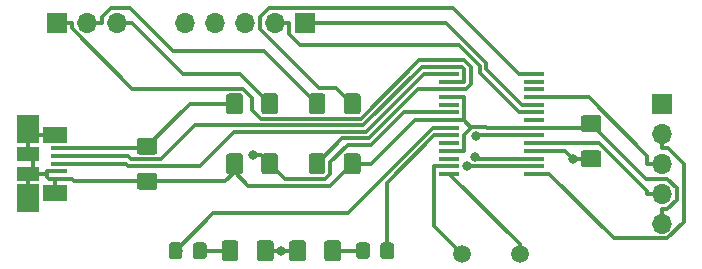
<source format=gbr>
%TF.GenerationSoftware,KiCad,Pcbnew,5.1.4-3.fc31*%
%TF.CreationDate,2019-11-03T17:38:08+01:00*%
%TF.ProjectId,ft232rl_converter_v2,66743233-3272-46c5-9f63-6f6e76657274,rev?*%
%TF.SameCoordinates,PX4d83c00PY525bfc0*%
%TF.FileFunction,Copper,L1,Top*%
%TF.FilePolarity,Positive*%
%FSLAX46Y46*%
G04 Gerber Fmt 4.6, Leading zero omitted, Abs format (unit mm)*
G04 Created by KiCad (PCBNEW 5.1.4-3.fc31) date 2019-11-03 17:38:08*
%MOMM*%
%LPD*%
G04 APERTURE LIST*
%TA.AperFunction,SMDPad,CuDef*%
%ADD10R,1.900000X1.175000*%
%TD*%
%TA.AperFunction,SMDPad,CuDef*%
%ADD11R,1.900000X2.375000*%
%TD*%
%TA.AperFunction,SMDPad,CuDef*%
%ADD12R,2.100000X1.475000*%
%TD*%
%TA.AperFunction,SMDPad,CuDef*%
%ADD13R,1.380000X0.450000*%
%TD*%
%TA.AperFunction,Conductor*%
%ADD14C,0.150000*%
%TD*%
%TA.AperFunction,SMDPad,CuDef*%
%ADD15C,1.425000*%
%TD*%
%TA.AperFunction,ComponentPad*%
%ADD16O,1.700000X1.700000*%
%TD*%
%TA.AperFunction,ComponentPad*%
%ADD17R,1.700000X1.700000*%
%TD*%
%TA.AperFunction,SMDPad,CuDef*%
%ADD18C,1.150000*%
%TD*%
%TA.AperFunction,SMDPad,CuDef*%
%ADD19R,1.750000X0.450000*%
%TD*%
%TA.AperFunction,ComponentPad*%
%ADD20C,1.500000*%
%TD*%
%TA.AperFunction,ViaPad*%
%ADD21C,0.800000*%
%TD*%
%TA.AperFunction,Conductor*%
%ADD22C,0.350000*%
%TD*%
G04 APERTURE END LIST*
D10*
%TO.P,J1,6*%
%TO.N,GND*%
X1340000Y11860000D03*
X1340000Y13540000D03*
D11*
X1340000Y9790000D03*
X1340000Y15610000D03*
D12*
X3640000Y10237500D03*
X3640000Y15162500D03*
D13*
%TO.P,J1,5*%
X4000000Y11400000D03*
%TO.P,J1,4*%
X4000000Y12050000D03*
%TO.P,J1,3*%
%TO.N,Net-(J1-Pad3)*%
X4000000Y12700000D03*
%TO.P,J1,2*%
%TO.N,Net-(J1-Pad2)*%
X4000000Y13350000D03*
%TO.P,J1,1*%
%TO.N,Net-(C2-Pad1)*%
X4000000Y14000000D03*
%TD*%
D14*
%TO.N,GND*%
%TO.C,C1*%
G36*
X19319504Y13573796D02*
G01*
X19343773Y13570196D01*
X19367571Y13564235D01*
X19390671Y13555970D01*
X19412849Y13545480D01*
X19433893Y13532867D01*
X19453598Y13518253D01*
X19471777Y13501777D01*
X19488253Y13483598D01*
X19502867Y13463893D01*
X19515480Y13442849D01*
X19525970Y13420671D01*
X19534235Y13397571D01*
X19540196Y13373773D01*
X19543796Y13349504D01*
X19545000Y13325000D01*
X19545000Y12075000D01*
X19543796Y12050496D01*
X19540196Y12026227D01*
X19534235Y12002429D01*
X19525970Y11979329D01*
X19515480Y11957151D01*
X19502867Y11936107D01*
X19488253Y11916402D01*
X19471777Y11898223D01*
X19453598Y11881747D01*
X19433893Y11867133D01*
X19412849Y11854520D01*
X19390671Y11844030D01*
X19367571Y11835765D01*
X19343773Y11829804D01*
X19319504Y11826204D01*
X19295000Y11825000D01*
X18370000Y11825000D01*
X18345496Y11826204D01*
X18321227Y11829804D01*
X18297429Y11835765D01*
X18274329Y11844030D01*
X18252151Y11854520D01*
X18231107Y11867133D01*
X18211402Y11881747D01*
X18193223Y11898223D01*
X18176747Y11916402D01*
X18162133Y11936107D01*
X18149520Y11957151D01*
X18139030Y11979329D01*
X18130765Y12002429D01*
X18124804Y12026227D01*
X18121204Y12050496D01*
X18120000Y12075000D01*
X18120000Y13325000D01*
X18121204Y13349504D01*
X18124804Y13373773D01*
X18130765Y13397571D01*
X18139030Y13420671D01*
X18149520Y13442849D01*
X18162133Y13463893D01*
X18176747Y13483598D01*
X18193223Y13501777D01*
X18211402Y13518253D01*
X18231107Y13532867D01*
X18252151Y13545480D01*
X18274329Y13555970D01*
X18297429Y13564235D01*
X18321227Y13570196D01*
X18345496Y13573796D01*
X18370000Y13575000D01*
X19295000Y13575000D01*
X19319504Y13573796D01*
X19319504Y13573796D01*
G37*
D15*
%TD*%
%TO.P,C1,2*%
%TO.N,GND*%
X18832500Y12700000D03*
D14*
%TO.N,VCC*%
%TO.C,C1*%
G36*
X22294504Y13573796D02*
G01*
X22318773Y13570196D01*
X22342571Y13564235D01*
X22365671Y13555970D01*
X22387849Y13545480D01*
X22408893Y13532867D01*
X22428598Y13518253D01*
X22446777Y13501777D01*
X22463253Y13483598D01*
X22477867Y13463893D01*
X22490480Y13442849D01*
X22500970Y13420671D01*
X22509235Y13397571D01*
X22515196Y13373773D01*
X22518796Y13349504D01*
X22520000Y13325000D01*
X22520000Y12075000D01*
X22518796Y12050496D01*
X22515196Y12026227D01*
X22509235Y12002429D01*
X22500970Y11979329D01*
X22490480Y11957151D01*
X22477867Y11936107D01*
X22463253Y11916402D01*
X22446777Y11898223D01*
X22428598Y11881747D01*
X22408893Y11867133D01*
X22387849Y11854520D01*
X22365671Y11844030D01*
X22342571Y11835765D01*
X22318773Y11829804D01*
X22294504Y11826204D01*
X22270000Y11825000D01*
X21345000Y11825000D01*
X21320496Y11826204D01*
X21296227Y11829804D01*
X21272429Y11835765D01*
X21249329Y11844030D01*
X21227151Y11854520D01*
X21206107Y11867133D01*
X21186402Y11881747D01*
X21168223Y11898223D01*
X21151747Y11916402D01*
X21137133Y11936107D01*
X21124520Y11957151D01*
X21114030Y11979329D01*
X21105765Y12002429D01*
X21099804Y12026227D01*
X21096204Y12050496D01*
X21095000Y12075000D01*
X21095000Y13325000D01*
X21096204Y13349504D01*
X21099804Y13373773D01*
X21105765Y13397571D01*
X21114030Y13420671D01*
X21124520Y13442849D01*
X21137133Y13463893D01*
X21151747Y13483598D01*
X21168223Y13501777D01*
X21186402Y13518253D01*
X21206107Y13532867D01*
X21227151Y13545480D01*
X21249329Y13555970D01*
X21272429Y13564235D01*
X21296227Y13570196D01*
X21320496Y13573796D01*
X21345000Y13575000D01*
X22270000Y13575000D01*
X22294504Y13573796D01*
X22294504Y13573796D01*
G37*
D15*
%TD*%
%TO.P,C1,1*%
%TO.N,VCC*%
X21807500Y12700000D03*
D14*
%TO.N,GND*%
%TO.C,C2*%
G36*
X12079504Y11923796D02*
G01*
X12103773Y11920196D01*
X12127571Y11914235D01*
X12150671Y11905970D01*
X12172849Y11895480D01*
X12193893Y11882867D01*
X12213598Y11868253D01*
X12231777Y11851777D01*
X12248253Y11833598D01*
X12262867Y11813893D01*
X12275480Y11792849D01*
X12285970Y11770671D01*
X12294235Y11747571D01*
X12300196Y11723773D01*
X12303796Y11699504D01*
X12305000Y11675000D01*
X12305000Y10750000D01*
X12303796Y10725496D01*
X12300196Y10701227D01*
X12294235Y10677429D01*
X12285970Y10654329D01*
X12275480Y10632151D01*
X12262867Y10611107D01*
X12248253Y10591402D01*
X12231777Y10573223D01*
X12213598Y10556747D01*
X12193893Y10542133D01*
X12172849Y10529520D01*
X12150671Y10519030D01*
X12127571Y10510765D01*
X12103773Y10504804D01*
X12079504Y10501204D01*
X12055000Y10500000D01*
X10805000Y10500000D01*
X10780496Y10501204D01*
X10756227Y10504804D01*
X10732429Y10510765D01*
X10709329Y10519030D01*
X10687151Y10529520D01*
X10666107Y10542133D01*
X10646402Y10556747D01*
X10628223Y10573223D01*
X10611747Y10591402D01*
X10597133Y10611107D01*
X10584520Y10632151D01*
X10574030Y10654329D01*
X10565765Y10677429D01*
X10559804Y10701227D01*
X10556204Y10725496D01*
X10555000Y10750000D01*
X10555000Y11675000D01*
X10556204Y11699504D01*
X10559804Y11723773D01*
X10565765Y11747571D01*
X10574030Y11770671D01*
X10584520Y11792849D01*
X10597133Y11813893D01*
X10611747Y11833598D01*
X10628223Y11851777D01*
X10646402Y11868253D01*
X10666107Y11882867D01*
X10687151Y11895480D01*
X10709329Y11905970D01*
X10732429Y11914235D01*
X10756227Y11920196D01*
X10780496Y11923796D01*
X10805000Y11925000D01*
X12055000Y11925000D01*
X12079504Y11923796D01*
X12079504Y11923796D01*
G37*
D15*
%TD*%
%TO.P,C2,2*%
%TO.N,GND*%
X11430000Y11212500D03*
D14*
%TO.N,Net-(C2-Pad1)*%
%TO.C,C2*%
G36*
X12079504Y14898796D02*
G01*
X12103773Y14895196D01*
X12127571Y14889235D01*
X12150671Y14880970D01*
X12172849Y14870480D01*
X12193893Y14857867D01*
X12213598Y14843253D01*
X12231777Y14826777D01*
X12248253Y14808598D01*
X12262867Y14788893D01*
X12275480Y14767849D01*
X12285970Y14745671D01*
X12294235Y14722571D01*
X12300196Y14698773D01*
X12303796Y14674504D01*
X12305000Y14650000D01*
X12305000Y13725000D01*
X12303796Y13700496D01*
X12300196Y13676227D01*
X12294235Y13652429D01*
X12285970Y13629329D01*
X12275480Y13607151D01*
X12262867Y13586107D01*
X12248253Y13566402D01*
X12231777Y13548223D01*
X12213598Y13531747D01*
X12193893Y13517133D01*
X12172849Y13504520D01*
X12150671Y13494030D01*
X12127571Y13485765D01*
X12103773Y13479804D01*
X12079504Y13476204D01*
X12055000Y13475000D01*
X10805000Y13475000D01*
X10780496Y13476204D01*
X10756227Y13479804D01*
X10732429Y13485765D01*
X10709329Y13494030D01*
X10687151Y13504520D01*
X10666107Y13517133D01*
X10646402Y13531747D01*
X10628223Y13548223D01*
X10611747Y13566402D01*
X10597133Y13586107D01*
X10584520Y13607151D01*
X10574030Y13629329D01*
X10565765Y13652429D01*
X10559804Y13676227D01*
X10556204Y13700496D01*
X10555000Y13725000D01*
X10555000Y14650000D01*
X10556204Y14674504D01*
X10559804Y14698773D01*
X10565765Y14722571D01*
X10574030Y14745671D01*
X10584520Y14767849D01*
X10597133Y14788893D01*
X10611747Y14808598D01*
X10628223Y14826777D01*
X10646402Y14843253D01*
X10666107Y14857867D01*
X10687151Y14870480D01*
X10709329Y14880970D01*
X10732429Y14889235D01*
X10756227Y14895196D01*
X10780496Y14898796D01*
X10805000Y14900000D01*
X12055000Y14900000D01*
X12079504Y14898796D01*
X12079504Y14898796D01*
G37*
D15*
%TD*%
%TO.P,C2,1*%
%TO.N,Net-(C2-Pad1)*%
X11430000Y14187500D03*
D14*
%TO.N,GND*%
%TO.C,C3*%
G36*
X29279504Y13573796D02*
G01*
X29303773Y13570196D01*
X29327571Y13564235D01*
X29350671Y13555970D01*
X29372849Y13545480D01*
X29393893Y13532867D01*
X29413598Y13518253D01*
X29431777Y13501777D01*
X29448253Y13483598D01*
X29462867Y13463893D01*
X29475480Y13442849D01*
X29485970Y13420671D01*
X29494235Y13397571D01*
X29500196Y13373773D01*
X29503796Y13349504D01*
X29505000Y13325000D01*
X29505000Y12075000D01*
X29503796Y12050496D01*
X29500196Y12026227D01*
X29494235Y12002429D01*
X29485970Y11979329D01*
X29475480Y11957151D01*
X29462867Y11936107D01*
X29448253Y11916402D01*
X29431777Y11898223D01*
X29413598Y11881747D01*
X29393893Y11867133D01*
X29372849Y11854520D01*
X29350671Y11844030D01*
X29327571Y11835765D01*
X29303773Y11829804D01*
X29279504Y11826204D01*
X29255000Y11825000D01*
X28330000Y11825000D01*
X28305496Y11826204D01*
X28281227Y11829804D01*
X28257429Y11835765D01*
X28234329Y11844030D01*
X28212151Y11854520D01*
X28191107Y11867133D01*
X28171402Y11881747D01*
X28153223Y11898223D01*
X28136747Y11916402D01*
X28122133Y11936107D01*
X28109520Y11957151D01*
X28099030Y11979329D01*
X28090765Y12002429D01*
X28084804Y12026227D01*
X28081204Y12050496D01*
X28080000Y12075000D01*
X28080000Y13325000D01*
X28081204Y13349504D01*
X28084804Y13373773D01*
X28090765Y13397571D01*
X28099030Y13420671D01*
X28109520Y13442849D01*
X28122133Y13463893D01*
X28136747Y13483598D01*
X28153223Y13501777D01*
X28171402Y13518253D01*
X28191107Y13532867D01*
X28212151Y13545480D01*
X28234329Y13555970D01*
X28257429Y13564235D01*
X28281227Y13570196D01*
X28305496Y13573796D01*
X28330000Y13575000D01*
X29255000Y13575000D01*
X29279504Y13573796D01*
X29279504Y13573796D01*
G37*
D15*
%TD*%
%TO.P,C3,2*%
%TO.N,GND*%
X28792500Y12700000D03*
D14*
%TO.N,Net-(C3-Pad1)*%
%TO.C,C3*%
G36*
X26304504Y13573796D02*
G01*
X26328773Y13570196D01*
X26352571Y13564235D01*
X26375671Y13555970D01*
X26397849Y13545480D01*
X26418893Y13532867D01*
X26438598Y13518253D01*
X26456777Y13501777D01*
X26473253Y13483598D01*
X26487867Y13463893D01*
X26500480Y13442849D01*
X26510970Y13420671D01*
X26519235Y13397571D01*
X26525196Y13373773D01*
X26528796Y13349504D01*
X26530000Y13325000D01*
X26530000Y12075000D01*
X26528796Y12050496D01*
X26525196Y12026227D01*
X26519235Y12002429D01*
X26510970Y11979329D01*
X26500480Y11957151D01*
X26487867Y11936107D01*
X26473253Y11916402D01*
X26456777Y11898223D01*
X26438598Y11881747D01*
X26418893Y11867133D01*
X26397849Y11854520D01*
X26375671Y11844030D01*
X26352571Y11835765D01*
X26328773Y11829804D01*
X26304504Y11826204D01*
X26280000Y11825000D01*
X25355000Y11825000D01*
X25330496Y11826204D01*
X25306227Y11829804D01*
X25282429Y11835765D01*
X25259329Y11844030D01*
X25237151Y11854520D01*
X25216107Y11867133D01*
X25196402Y11881747D01*
X25178223Y11898223D01*
X25161747Y11916402D01*
X25147133Y11936107D01*
X25134520Y11957151D01*
X25124030Y11979329D01*
X25115765Y12002429D01*
X25109804Y12026227D01*
X25106204Y12050496D01*
X25105000Y12075000D01*
X25105000Y13325000D01*
X25106204Y13349504D01*
X25109804Y13373773D01*
X25115765Y13397571D01*
X25124030Y13420671D01*
X25134520Y13442849D01*
X25147133Y13463893D01*
X25161747Y13483598D01*
X25178223Y13501777D01*
X25196402Y13518253D01*
X25216107Y13532867D01*
X25237151Y13545480D01*
X25259329Y13555970D01*
X25282429Y13564235D01*
X25306227Y13570196D01*
X25330496Y13573796D01*
X25355000Y13575000D01*
X26280000Y13575000D01*
X26304504Y13573796D01*
X26304504Y13573796D01*
G37*
D15*
%TD*%
%TO.P,C3,1*%
%TO.N,Net-(C3-Pad1)*%
X25817500Y12700000D03*
D14*
%TO.N,GND*%
%TO.C,C4*%
G36*
X49671504Y16803796D02*
G01*
X49695773Y16800196D01*
X49719571Y16794235D01*
X49742671Y16785970D01*
X49764849Y16775480D01*
X49785893Y16762867D01*
X49805598Y16748253D01*
X49823777Y16731777D01*
X49840253Y16713598D01*
X49854867Y16693893D01*
X49867480Y16672849D01*
X49877970Y16650671D01*
X49886235Y16627571D01*
X49892196Y16603773D01*
X49895796Y16579504D01*
X49897000Y16555000D01*
X49897000Y15630000D01*
X49895796Y15605496D01*
X49892196Y15581227D01*
X49886235Y15557429D01*
X49877970Y15534329D01*
X49867480Y15512151D01*
X49854867Y15491107D01*
X49840253Y15471402D01*
X49823777Y15453223D01*
X49805598Y15436747D01*
X49785893Y15422133D01*
X49764849Y15409520D01*
X49742671Y15399030D01*
X49719571Y15390765D01*
X49695773Y15384804D01*
X49671504Y15381204D01*
X49647000Y15380000D01*
X48397000Y15380000D01*
X48372496Y15381204D01*
X48348227Y15384804D01*
X48324429Y15390765D01*
X48301329Y15399030D01*
X48279151Y15409520D01*
X48258107Y15422133D01*
X48238402Y15436747D01*
X48220223Y15453223D01*
X48203747Y15471402D01*
X48189133Y15491107D01*
X48176520Y15512151D01*
X48166030Y15534329D01*
X48157765Y15557429D01*
X48151804Y15581227D01*
X48148204Y15605496D01*
X48147000Y15630000D01*
X48147000Y16555000D01*
X48148204Y16579504D01*
X48151804Y16603773D01*
X48157765Y16627571D01*
X48166030Y16650671D01*
X48176520Y16672849D01*
X48189133Y16693893D01*
X48203747Y16713598D01*
X48220223Y16731777D01*
X48238402Y16748253D01*
X48258107Y16762867D01*
X48279151Y16775480D01*
X48301329Y16785970D01*
X48324429Y16794235D01*
X48348227Y16800196D01*
X48372496Y16803796D01*
X48397000Y16805000D01*
X49647000Y16805000D01*
X49671504Y16803796D01*
X49671504Y16803796D01*
G37*
D15*
%TD*%
%TO.P,C4,2*%
%TO.N,GND*%
X49022000Y16092500D03*
D14*
%TO.N,/VCCIO*%
%TO.C,C4*%
G36*
X49671504Y13828796D02*
G01*
X49695773Y13825196D01*
X49719571Y13819235D01*
X49742671Y13810970D01*
X49764849Y13800480D01*
X49785893Y13787867D01*
X49805598Y13773253D01*
X49823777Y13756777D01*
X49840253Y13738598D01*
X49854867Y13718893D01*
X49867480Y13697849D01*
X49877970Y13675671D01*
X49886235Y13652571D01*
X49892196Y13628773D01*
X49895796Y13604504D01*
X49897000Y13580000D01*
X49897000Y12655000D01*
X49895796Y12630496D01*
X49892196Y12606227D01*
X49886235Y12582429D01*
X49877970Y12559329D01*
X49867480Y12537151D01*
X49854867Y12516107D01*
X49840253Y12496402D01*
X49823777Y12478223D01*
X49805598Y12461747D01*
X49785893Y12447133D01*
X49764849Y12434520D01*
X49742671Y12424030D01*
X49719571Y12415765D01*
X49695773Y12409804D01*
X49671504Y12406204D01*
X49647000Y12405000D01*
X48397000Y12405000D01*
X48372496Y12406204D01*
X48348227Y12409804D01*
X48324429Y12415765D01*
X48301329Y12424030D01*
X48279151Y12434520D01*
X48258107Y12447133D01*
X48238402Y12461747D01*
X48220223Y12478223D01*
X48203747Y12496402D01*
X48189133Y12516107D01*
X48176520Y12537151D01*
X48166030Y12559329D01*
X48157765Y12582429D01*
X48151804Y12606227D01*
X48148204Y12630496D01*
X48147000Y12655000D01*
X48147000Y13580000D01*
X48148204Y13604504D01*
X48151804Y13628773D01*
X48157765Y13652571D01*
X48166030Y13675671D01*
X48176520Y13697849D01*
X48189133Y13718893D01*
X48203747Y13738598D01*
X48220223Y13756777D01*
X48238402Y13773253D01*
X48258107Y13787867D01*
X48279151Y13800480D01*
X48301329Y13810970D01*
X48324429Y13819235D01*
X48348227Y13825196D01*
X48372496Y13828796D01*
X48397000Y13830000D01*
X49647000Y13830000D01*
X49671504Y13828796D01*
X49671504Y13828796D01*
G37*
D15*
%TD*%
%TO.P,C4,1*%
%TO.N,/VCCIO*%
X49022000Y13117500D03*
D14*
%TO.N,/VCCIO*%
%TO.C,D1*%
G36*
X21913504Y6207796D02*
G01*
X21937773Y6204196D01*
X21961571Y6198235D01*
X21984671Y6189970D01*
X22006849Y6179480D01*
X22027893Y6166867D01*
X22047598Y6152253D01*
X22065777Y6135777D01*
X22082253Y6117598D01*
X22096867Y6097893D01*
X22109480Y6076849D01*
X22119970Y6054671D01*
X22128235Y6031571D01*
X22134196Y6007773D01*
X22137796Y5983504D01*
X22139000Y5959000D01*
X22139000Y4709000D01*
X22137796Y4684496D01*
X22134196Y4660227D01*
X22128235Y4636429D01*
X22119970Y4613329D01*
X22109480Y4591151D01*
X22096867Y4570107D01*
X22082253Y4550402D01*
X22065777Y4532223D01*
X22047598Y4515747D01*
X22027893Y4501133D01*
X22006849Y4488520D01*
X21984671Y4478030D01*
X21961571Y4469765D01*
X21937773Y4463804D01*
X21913504Y4460204D01*
X21889000Y4459000D01*
X20964000Y4459000D01*
X20939496Y4460204D01*
X20915227Y4463804D01*
X20891429Y4469765D01*
X20868329Y4478030D01*
X20846151Y4488520D01*
X20825107Y4501133D01*
X20805402Y4515747D01*
X20787223Y4532223D01*
X20770747Y4550402D01*
X20756133Y4570107D01*
X20743520Y4591151D01*
X20733030Y4613329D01*
X20724765Y4636429D01*
X20718804Y4660227D01*
X20715204Y4684496D01*
X20714000Y4709000D01*
X20714000Y5959000D01*
X20715204Y5983504D01*
X20718804Y6007773D01*
X20724765Y6031571D01*
X20733030Y6054671D01*
X20743520Y6076849D01*
X20756133Y6097893D01*
X20770747Y6117598D01*
X20787223Y6135777D01*
X20805402Y6152253D01*
X20825107Y6166867D01*
X20846151Y6179480D01*
X20868329Y6189970D01*
X20891429Y6198235D01*
X20915227Y6204196D01*
X20939496Y6207796D01*
X20964000Y6209000D01*
X21889000Y6209000D01*
X21913504Y6207796D01*
X21913504Y6207796D01*
G37*
D15*
%TD*%
%TO.P,D1,2*%
%TO.N,/VCCIO*%
X21426500Y5334000D03*
D14*
%TO.N,Net-(D1-Pad1)*%
%TO.C,D1*%
G36*
X18938504Y6207796D02*
G01*
X18962773Y6204196D01*
X18986571Y6198235D01*
X19009671Y6189970D01*
X19031849Y6179480D01*
X19052893Y6166867D01*
X19072598Y6152253D01*
X19090777Y6135777D01*
X19107253Y6117598D01*
X19121867Y6097893D01*
X19134480Y6076849D01*
X19144970Y6054671D01*
X19153235Y6031571D01*
X19159196Y6007773D01*
X19162796Y5983504D01*
X19164000Y5959000D01*
X19164000Y4709000D01*
X19162796Y4684496D01*
X19159196Y4660227D01*
X19153235Y4636429D01*
X19144970Y4613329D01*
X19134480Y4591151D01*
X19121867Y4570107D01*
X19107253Y4550402D01*
X19090777Y4532223D01*
X19072598Y4515747D01*
X19052893Y4501133D01*
X19031849Y4488520D01*
X19009671Y4478030D01*
X18986571Y4469765D01*
X18962773Y4463804D01*
X18938504Y4460204D01*
X18914000Y4459000D01*
X17989000Y4459000D01*
X17964496Y4460204D01*
X17940227Y4463804D01*
X17916429Y4469765D01*
X17893329Y4478030D01*
X17871151Y4488520D01*
X17850107Y4501133D01*
X17830402Y4515747D01*
X17812223Y4532223D01*
X17795747Y4550402D01*
X17781133Y4570107D01*
X17768520Y4591151D01*
X17758030Y4613329D01*
X17749765Y4636429D01*
X17743804Y4660227D01*
X17740204Y4684496D01*
X17739000Y4709000D01*
X17739000Y5959000D01*
X17740204Y5983504D01*
X17743804Y6007773D01*
X17749765Y6031571D01*
X17758030Y6054671D01*
X17768520Y6076849D01*
X17781133Y6097893D01*
X17795747Y6117598D01*
X17812223Y6135777D01*
X17830402Y6152253D01*
X17850107Y6166867D01*
X17871151Y6179480D01*
X17893329Y6189970D01*
X17916429Y6198235D01*
X17940227Y6204196D01*
X17964496Y6207796D01*
X17989000Y6209000D01*
X18914000Y6209000D01*
X18938504Y6207796D01*
X18938504Y6207796D01*
G37*
D15*
%TD*%
%TO.P,D1,1*%
%TO.N,Net-(D1-Pad1)*%
X18451500Y5334000D03*
D14*
%TO.N,/VCCIO*%
%TO.C,D2*%
G36*
X24653504Y6207796D02*
G01*
X24677773Y6204196D01*
X24701571Y6198235D01*
X24724671Y6189970D01*
X24746849Y6179480D01*
X24767893Y6166867D01*
X24787598Y6152253D01*
X24805777Y6135777D01*
X24822253Y6117598D01*
X24836867Y6097893D01*
X24849480Y6076849D01*
X24859970Y6054671D01*
X24868235Y6031571D01*
X24874196Y6007773D01*
X24877796Y5983504D01*
X24879000Y5959000D01*
X24879000Y4709000D01*
X24877796Y4684496D01*
X24874196Y4660227D01*
X24868235Y4636429D01*
X24859970Y4613329D01*
X24849480Y4591151D01*
X24836867Y4570107D01*
X24822253Y4550402D01*
X24805777Y4532223D01*
X24787598Y4515747D01*
X24767893Y4501133D01*
X24746849Y4488520D01*
X24724671Y4478030D01*
X24701571Y4469765D01*
X24677773Y4463804D01*
X24653504Y4460204D01*
X24629000Y4459000D01*
X23704000Y4459000D01*
X23679496Y4460204D01*
X23655227Y4463804D01*
X23631429Y4469765D01*
X23608329Y4478030D01*
X23586151Y4488520D01*
X23565107Y4501133D01*
X23545402Y4515747D01*
X23527223Y4532223D01*
X23510747Y4550402D01*
X23496133Y4570107D01*
X23483520Y4591151D01*
X23473030Y4613329D01*
X23464765Y4636429D01*
X23458804Y4660227D01*
X23455204Y4684496D01*
X23454000Y4709000D01*
X23454000Y5959000D01*
X23455204Y5983504D01*
X23458804Y6007773D01*
X23464765Y6031571D01*
X23473030Y6054671D01*
X23483520Y6076849D01*
X23496133Y6097893D01*
X23510747Y6117598D01*
X23527223Y6135777D01*
X23545402Y6152253D01*
X23565107Y6166867D01*
X23586151Y6179480D01*
X23608329Y6189970D01*
X23631429Y6198235D01*
X23655227Y6204196D01*
X23679496Y6207796D01*
X23704000Y6209000D01*
X24629000Y6209000D01*
X24653504Y6207796D01*
X24653504Y6207796D01*
G37*
D15*
%TD*%
%TO.P,D2,2*%
%TO.N,/VCCIO*%
X24166500Y5334000D03*
D14*
%TO.N,Net-(D2-Pad1)*%
%TO.C,D2*%
G36*
X27628504Y6207796D02*
G01*
X27652773Y6204196D01*
X27676571Y6198235D01*
X27699671Y6189970D01*
X27721849Y6179480D01*
X27742893Y6166867D01*
X27762598Y6152253D01*
X27780777Y6135777D01*
X27797253Y6117598D01*
X27811867Y6097893D01*
X27824480Y6076849D01*
X27834970Y6054671D01*
X27843235Y6031571D01*
X27849196Y6007773D01*
X27852796Y5983504D01*
X27854000Y5959000D01*
X27854000Y4709000D01*
X27852796Y4684496D01*
X27849196Y4660227D01*
X27843235Y4636429D01*
X27834970Y4613329D01*
X27824480Y4591151D01*
X27811867Y4570107D01*
X27797253Y4550402D01*
X27780777Y4532223D01*
X27762598Y4515747D01*
X27742893Y4501133D01*
X27721849Y4488520D01*
X27699671Y4478030D01*
X27676571Y4469765D01*
X27652773Y4463804D01*
X27628504Y4460204D01*
X27604000Y4459000D01*
X26679000Y4459000D01*
X26654496Y4460204D01*
X26630227Y4463804D01*
X26606429Y4469765D01*
X26583329Y4478030D01*
X26561151Y4488520D01*
X26540107Y4501133D01*
X26520402Y4515747D01*
X26502223Y4532223D01*
X26485747Y4550402D01*
X26471133Y4570107D01*
X26458520Y4591151D01*
X26448030Y4613329D01*
X26439765Y4636429D01*
X26433804Y4660227D01*
X26430204Y4684496D01*
X26429000Y4709000D01*
X26429000Y5959000D01*
X26430204Y5983504D01*
X26433804Y6007773D01*
X26439765Y6031571D01*
X26448030Y6054671D01*
X26458520Y6076849D01*
X26471133Y6097893D01*
X26485747Y6117598D01*
X26502223Y6135777D01*
X26520402Y6152253D01*
X26540107Y6166867D01*
X26561151Y6179480D01*
X26583329Y6189970D01*
X26606429Y6198235D01*
X26630227Y6204196D01*
X26654496Y6207796D01*
X26679000Y6209000D01*
X27604000Y6209000D01*
X27628504Y6207796D01*
X27628504Y6207796D01*
G37*
D15*
%TD*%
%TO.P,D2,1*%
%TO.N,Net-(D2-Pad1)*%
X27141500Y5334000D03*
D14*
%TO.N,Net-(C2-Pad1)*%
%TO.C,FB1*%
G36*
X19319504Y18653796D02*
G01*
X19343773Y18650196D01*
X19367571Y18644235D01*
X19390671Y18635970D01*
X19412849Y18625480D01*
X19433893Y18612867D01*
X19453598Y18598253D01*
X19471777Y18581777D01*
X19488253Y18563598D01*
X19502867Y18543893D01*
X19515480Y18522849D01*
X19525970Y18500671D01*
X19534235Y18477571D01*
X19540196Y18453773D01*
X19543796Y18429504D01*
X19545000Y18405000D01*
X19545000Y17155000D01*
X19543796Y17130496D01*
X19540196Y17106227D01*
X19534235Y17082429D01*
X19525970Y17059329D01*
X19515480Y17037151D01*
X19502867Y17016107D01*
X19488253Y16996402D01*
X19471777Y16978223D01*
X19453598Y16961747D01*
X19433893Y16947133D01*
X19412849Y16934520D01*
X19390671Y16924030D01*
X19367571Y16915765D01*
X19343773Y16909804D01*
X19319504Y16906204D01*
X19295000Y16905000D01*
X18370000Y16905000D01*
X18345496Y16906204D01*
X18321227Y16909804D01*
X18297429Y16915765D01*
X18274329Y16924030D01*
X18252151Y16934520D01*
X18231107Y16947133D01*
X18211402Y16961747D01*
X18193223Y16978223D01*
X18176747Y16996402D01*
X18162133Y17016107D01*
X18149520Y17037151D01*
X18139030Y17059329D01*
X18130765Y17082429D01*
X18124804Y17106227D01*
X18121204Y17130496D01*
X18120000Y17155000D01*
X18120000Y18405000D01*
X18121204Y18429504D01*
X18124804Y18453773D01*
X18130765Y18477571D01*
X18139030Y18500671D01*
X18149520Y18522849D01*
X18162133Y18543893D01*
X18176747Y18563598D01*
X18193223Y18581777D01*
X18211402Y18598253D01*
X18231107Y18612867D01*
X18252151Y18625480D01*
X18274329Y18635970D01*
X18297429Y18644235D01*
X18321227Y18650196D01*
X18345496Y18653796D01*
X18370000Y18655000D01*
X19295000Y18655000D01*
X19319504Y18653796D01*
X19319504Y18653796D01*
G37*
D15*
%TD*%
%TO.P,FB1,2*%
%TO.N,Net-(C2-Pad1)*%
X18832500Y17780000D03*
D14*
%TO.N,VCC*%
%TO.C,FB1*%
G36*
X22294504Y18653796D02*
G01*
X22318773Y18650196D01*
X22342571Y18644235D01*
X22365671Y18635970D01*
X22387849Y18625480D01*
X22408893Y18612867D01*
X22428598Y18598253D01*
X22446777Y18581777D01*
X22463253Y18563598D01*
X22477867Y18543893D01*
X22490480Y18522849D01*
X22500970Y18500671D01*
X22509235Y18477571D01*
X22515196Y18453773D01*
X22518796Y18429504D01*
X22520000Y18405000D01*
X22520000Y17155000D01*
X22518796Y17130496D01*
X22515196Y17106227D01*
X22509235Y17082429D01*
X22500970Y17059329D01*
X22490480Y17037151D01*
X22477867Y17016107D01*
X22463253Y16996402D01*
X22446777Y16978223D01*
X22428598Y16961747D01*
X22408893Y16947133D01*
X22387849Y16934520D01*
X22365671Y16924030D01*
X22342571Y16915765D01*
X22318773Y16909804D01*
X22294504Y16906204D01*
X22270000Y16905000D01*
X21345000Y16905000D01*
X21320496Y16906204D01*
X21296227Y16909804D01*
X21272429Y16915765D01*
X21249329Y16924030D01*
X21227151Y16934520D01*
X21206107Y16947133D01*
X21186402Y16961747D01*
X21168223Y16978223D01*
X21151747Y16996402D01*
X21137133Y17016107D01*
X21124520Y17037151D01*
X21114030Y17059329D01*
X21105765Y17082429D01*
X21099804Y17106227D01*
X21096204Y17130496D01*
X21095000Y17155000D01*
X21095000Y18405000D01*
X21096204Y18429504D01*
X21099804Y18453773D01*
X21105765Y18477571D01*
X21114030Y18500671D01*
X21124520Y18522849D01*
X21137133Y18543893D01*
X21151747Y18563598D01*
X21168223Y18581777D01*
X21186402Y18598253D01*
X21206107Y18612867D01*
X21227151Y18625480D01*
X21249329Y18635970D01*
X21272429Y18644235D01*
X21296227Y18650196D01*
X21320496Y18653796D01*
X21345000Y18655000D01*
X22270000Y18655000D01*
X22294504Y18653796D01*
X22294504Y18653796D01*
G37*
D15*
%TD*%
%TO.P,FB1,1*%
%TO.N,VCC*%
X21807500Y17780000D03*
D16*
%TO.P,J2,5*%
%TO.N,GND*%
X54991000Y7620000D03*
%TO.P,J2,4*%
%TO.N,/RXD*%
X54991000Y10160000D03*
%TO.P,J2,3*%
%TO.N,/CTS#*%
X54991000Y12700000D03*
%TO.P,J2,2*%
%TO.N,/TXD*%
X54991000Y15240000D03*
D17*
%TO.P,J2,1*%
%TO.N,/VCCIO*%
X54991000Y17780000D03*
%TD*%
D16*
%TO.P,J3,5*%
%TO.N,/DTR#*%
X14605000Y24638000D03*
%TO.P,J3,4*%
%TO.N,/RTS#*%
X17145000Y24638000D03*
%TO.P,J3,3*%
%TO.N,/RI#*%
X19685000Y24638000D03*
%TO.P,J3,2*%
%TO.N,/DSR#*%
X22225000Y24638000D03*
D17*
%TO.P,J3,1*%
%TO.N,/DCD#*%
X24765000Y24638000D03*
%TD*%
D16*
%TO.P,JP1,3*%
%TO.N,VCC*%
X8890000Y24638000D03*
%TO.P,JP1,2*%
%TO.N,/VCCIO*%
X6350000Y24638000D03*
D17*
%TO.P,JP1,1*%
%TO.N,Net-(C3-Pad1)*%
X3810000Y24638000D03*
%TD*%
D14*
%TO.N,/RXLED#*%
%TO.C,R1*%
G36*
X14183505Y6032796D02*
G01*
X14207773Y6029196D01*
X14231572Y6023235D01*
X14254671Y6014970D01*
X14276850Y6004480D01*
X14297893Y5991868D01*
X14317599Y5977253D01*
X14335777Y5960777D01*
X14352253Y5942599D01*
X14366868Y5922893D01*
X14379480Y5901850D01*
X14389970Y5879671D01*
X14398235Y5856572D01*
X14404196Y5832773D01*
X14407796Y5808505D01*
X14409000Y5784001D01*
X14409000Y4883999D01*
X14407796Y4859495D01*
X14404196Y4835227D01*
X14398235Y4811428D01*
X14389970Y4788329D01*
X14379480Y4766150D01*
X14366868Y4745107D01*
X14352253Y4725401D01*
X14335777Y4707223D01*
X14317599Y4690747D01*
X14297893Y4676132D01*
X14276850Y4663520D01*
X14254671Y4653030D01*
X14231572Y4644765D01*
X14207773Y4638804D01*
X14183505Y4635204D01*
X14159001Y4634000D01*
X13508999Y4634000D01*
X13484495Y4635204D01*
X13460227Y4638804D01*
X13436428Y4644765D01*
X13413329Y4653030D01*
X13391150Y4663520D01*
X13370107Y4676132D01*
X13350401Y4690747D01*
X13332223Y4707223D01*
X13315747Y4725401D01*
X13301132Y4745107D01*
X13288520Y4766150D01*
X13278030Y4788329D01*
X13269765Y4811428D01*
X13263804Y4835227D01*
X13260204Y4859495D01*
X13259000Y4883999D01*
X13259000Y5784001D01*
X13260204Y5808505D01*
X13263804Y5832773D01*
X13269765Y5856572D01*
X13278030Y5879671D01*
X13288520Y5901850D01*
X13301132Y5922893D01*
X13315747Y5942599D01*
X13332223Y5960777D01*
X13350401Y5977253D01*
X13370107Y5991868D01*
X13391150Y6004480D01*
X13413329Y6014970D01*
X13436428Y6023235D01*
X13460227Y6029196D01*
X13484495Y6032796D01*
X13508999Y6034000D01*
X14159001Y6034000D01*
X14183505Y6032796D01*
X14183505Y6032796D01*
G37*
D18*
%TD*%
%TO.P,R1,2*%
%TO.N,/RXLED#*%
X13834000Y5334000D03*
D14*
%TO.N,Net-(D1-Pad1)*%
%TO.C,R1*%
G36*
X16233505Y6032796D02*
G01*
X16257773Y6029196D01*
X16281572Y6023235D01*
X16304671Y6014970D01*
X16326850Y6004480D01*
X16347893Y5991868D01*
X16367599Y5977253D01*
X16385777Y5960777D01*
X16402253Y5942599D01*
X16416868Y5922893D01*
X16429480Y5901850D01*
X16439970Y5879671D01*
X16448235Y5856572D01*
X16454196Y5832773D01*
X16457796Y5808505D01*
X16459000Y5784001D01*
X16459000Y4883999D01*
X16457796Y4859495D01*
X16454196Y4835227D01*
X16448235Y4811428D01*
X16439970Y4788329D01*
X16429480Y4766150D01*
X16416868Y4745107D01*
X16402253Y4725401D01*
X16385777Y4707223D01*
X16367599Y4690747D01*
X16347893Y4676132D01*
X16326850Y4663520D01*
X16304671Y4653030D01*
X16281572Y4644765D01*
X16257773Y4638804D01*
X16233505Y4635204D01*
X16209001Y4634000D01*
X15558999Y4634000D01*
X15534495Y4635204D01*
X15510227Y4638804D01*
X15486428Y4644765D01*
X15463329Y4653030D01*
X15441150Y4663520D01*
X15420107Y4676132D01*
X15400401Y4690747D01*
X15382223Y4707223D01*
X15365747Y4725401D01*
X15351132Y4745107D01*
X15338520Y4766150D01*
X15328030Y4788329D01*
X15319765Y4811428D01*
X15313804Y4835227D01*
X15310204Y4859495D01*
X15309000Y4883999D01*
X15309000Y5784001D01*
X15310204Y5808505D01*
X15313804Y5832773D01*
X15319765Y5856572D01*
X15328030Y5879671D01*
X15338520Y5901850D01*
X15351132Y5922893D01*
X15365747Y5942599D01*
X15382223Y5960777D01*
X15400401Y5977253D01*
X15420107Y5991868D01*
X15441150Y6004480D01*
X15463329Y6014970D01*
X15486428Y6023235D01*
X15510227Y6029196D01*
X15534495Y6032796D01*
X15558999Y6034000D01*
X16209001Y6034000D01*
X16233505Y6032796D01*
X16233505Y6032796D01*
G37*
D18*
%TD*%
%TO.P,R1,1*%
%TO.N,Net-(D1-Pad1)*%
X15884000Y5334000D03*
D14*
%TO.N,/TXLED#*%
%TO.C,R2*%
G36*
X32108505Y6032796D02*
G01*
X32132773Y6029196D01*
X32156572Y6023235D01*
X32179671Y6014970D01*
X32201850Y6004480D01*
X32222893Y5991868D01*
X32242599Y5977253D01*
X32260777Y5960777D01*
X32277253Y5942599D01*
X32291868Y5922893D01*
X32304480Y5901850D01*
X32314970Y5879671D01*
X32323235Y5856572D01*
X32329196Y5832773D01*
X32332796Y5808505D01*
X32334000Y5784001D01*
X32334000Y4883999D01*
X32332796Y4859495D01*
X32329196Y4835227D01*
X32323235Y4811428D01*
X32314970Y4788329D01*
X32304480Y4766150D01*
X32291868Y4745107D01*
X32277253Y4725401D01*
X32260777Y4707223D01*
X32242599Y4690747D01*
X32222893Y4676132D01*
X32201850Y4663520D01*
X32179671Y4653030D01*
X32156572Y4644765D01*
X32132773Y4638804D01*
X32108505Y4635204D01*
X32084001Y4634000D01*
X31433999Y4634000D01*
X31409495Y4635204D01*
X31385227Y4638804D01*
X31361428Y4644765D01*
X31338329Y4653030D01*
X31316150Y4663520D01*
X31295107Y4676132D01*
X31275401Y4690747D01*
X31257223Y4707223D01*
X31240747Y4725401D01*
X31226132Y4745107D01*
X31213520Y4766150D01*
X31203030Y4788329D01*
X31194765Y4811428D01*
X31188804Y4835227D01*
X31185204Y4859495D01*
X31184000Y4883999D01*
X31184000Y5784001D01*
X31185204Y5808505D01*
X31188804Y5832773D01*
X31194765Y5856572D01*
X31203030Y5879671D01*
X31213520Y5901850D01*
X31226132Y5922893D01*
X31240747Y5942599D01*
X31257223Y5960777D01*
X31275401Y5977253D01*
X31295107Y5991868D01*
X31316150Y6004480D01*
X31338329Y6014970D01*
X31361428Y6023235D01*
X31385227Y6029196D01*
X31409495Y6032796D01*
X31433999Y6034000D01*
X32084001Y6034000D01*
X32108505Y6032796D01*
X32108505Y6032796D01*
G37*
D18*
%TD*%
%TO.P,R2,2*%
%TO.N,/TXLED#*%
X31759000Y5334000D03*
D14*
%TO.N,Net-(D2-Pad1)*%
%TO.C,R2*%
G36*
X30058505Y6032796D02*
G01*
X30082773Y6029196D01*
X30106572Y6023235D01*
X30129671Y6014970D01*
X30151850Y6004480D01*
X30172893Y5991868D01*
X30192599Y5977253D01*
X30210777Y5960777D01*
X30227253Y5942599D01*
X30241868Y5922893D01*
X30254480Y5901850D01*
X30264970Y5879671D01*
X30273235Y5856572D01*
X30279196Y5832773D01*
X30282796Y5808505D01*
X30284000Y5784001D01*
X30284000Y4883999D01*
X30282796Y4859495D01*
X30279196Y4835227D01*
X30273235Y4811428D01*
X30264970Y4788329D01*
X30254480Y4766150D01*
X30241868Y4745107D01*
X30227253Y4725401D01*
X30210777Y4707223D01*
X30192599Y4690747D01*
X30172893Y4676132D01*
X30151850Y4663520D01*
X30129671Y4653030D01*
X30106572Y4644765D01*
X30082773Y4638804D01*
X30058505Y4635204D01*
X30034001Y4634000D01*
X29383999Y4634000D01*
X29359495Y4635204D01*
X29335227Y4638804D01*
X29311428Y4644765D01*
X29288329Y4653030D01*
X29266150Y4663520D01*
X29245107Y4676132D01*
X29225401Y4690747D01*
X29207223Y4707223D01*
X29190747Y4725401D01*
X29176132Y4745107D01*
X29163520Y4766150D01*
X29153030Y4788329D01*
X29144765Y4811428D01*
X29138804Y4835227D01*
X29135204Y4859495D01*
X29134000Y4883999D01*
X29134000Y5784001D01*
X29135204Y5808505D01*
X29138804Y5832773D01*
X29144765Y5856572D01*
X29153030Y5879671D01*
X29163520Y5901850D01*
X29176132Y5922893D01*
X29190747Y5942599D01*
X29207223Y5960777D01*
X29225401Y5977253D01*
X29245107Y5991868D01*
X29266150Y6004480D01*
X29288329Y6014970D01*
X29311428Y6023235D01*
X29335227Y6029196D01*
X29359495Y6032796D01*
X29383999Y6034000D01*
X30034001Y6034000D01*
X30058505Y6032796D01*
X30058505Y6032796D01*
G37*
D18*
%TD*%
%TO.P,R2,1*%
%TO.N,Net-(D2-Pad1)*%
X29709000Y5334000D03*
D14*
%TO.N,/PWREN#*%
%TO.C,R3*%
G36*
X29279504Y18653796D02*
G01*
X29303773Y18650196D01*
X29327571Y18644235D01*
X29350671Y18635970D01*
X29372849Y18625480D01*
X29393893Y18612867D01*
X29413598Y18598253D01*
X29431777Y18581777D01*
X29448253Y18563598D01*
X29462867Y18543893D01*
X29475480Y18522849D01*
X29485970Y18500671D01*
X29494235Y18477571D01*
X29500196Y18453773D01*
X29503796Y18429504D01*
X29505000Y18405000D01*
X29505000Y17155000D01*
X29503796Y17130496D01*
X29500196Y17106227D01*
X29494235Y17082429D01*
X29485970Y17059329D01*
X29475480Y17037151D01*
X29462867Y17016107D01*
X29448253Y16996402D01*
X29431777Y16978223D01*
X29413598Y16961747D01*
X29393893Y16947133D01*
X29372849Y16934520D01*
X29350671Y16924030D01*
X29327571Y16915765D01*
X29303773Y16909804D01*
X29279504Y16906204D01*
X29255000Y16905000D01*
X28330000Y16905000D01*
X28305496Y16906204D01*
X28281227Y16909804D01*
X28257429Y16915765D01*
X28234329Y16924030D01*
X28212151Y16934520D01*
X28191107Y16947133D01*
X28171402Y16961747D01*
X28153223Y16978223D01*
X28136747Y16996402D01*
X28122133Y17016107D01*
X28109520Y17037151D01*
X28099030Y17059329D01*
X28090765Y17082429D01*
X28084804Y17106227D01*
X28081204Y17130496D01*
X28080000Y17155000D01*
X28080000Y18405000D01*
X28081204Y18429504D01*
X28084804Y18453773D01*
X28090765Y18477571D01*
X28099030Y18500671D01*
X28109520Y18522849D01*
X28122133Y18543893D01*
X28136747Y18563598D01*
X28153223Y18581777D01*
X28171402Y18598253D01*
X28191107Y18612867D01*
X28212151Y18625480D01*
X28234329Y18635970D01*
X28257429Y18644235D01*
X28281227Y18650196D01*
X28305496Y18653796D01*
X28330000Y18655000D01*
X29255000Y18655000D01*
X29279504Y18653796D01*
X29279504Y18653796D01*
G37*
D15*
%TD*%
%TO.P,R3,2*%
%TO.N,/PWREN#*%
X28792500Y17780000D03*
D14*
%TO.N,/VCCIO*%
%TO.C,R3*%
G36*
X26304504Y18653796D02*
G01*
X26328773Y18650196D01*
X26352571Y18644235D01*
X26375671Y18635970D01*
X26397849Y18625480D01*
X26418893Y18612867D01*
X26438598Y18598253D01*
X26456777Y18581777D01*
X26473253Y18563598D01*
X26487867Y18543893D01*
X26500480Y18522849D01*
X26510970Y18500671D01*
X26519235Y18477571D01*
X26525196Y18453773D01*
X26528796Y18429504D01*
X26530000Y18405000D01*
X26530000Y17155000D01*
X26528796Y17130496D01*
X26525196Y17106227D01*
X26519235Y17082429D01*
X26510970Y17059329D01*
X26500480Y17037151D01*
X26487867Y17016107D01*
X26473253Y16996402D01*
X26456777Y16978223D01*
X26438598Y16961747D01*
X26418893Y16947133D01*
X26397849Y16934520D01*
X26375671Y16924030D01*
X26352571Y16915765D01*
X26328773Y16909804D01*
X26304504Y16906204D01*
X26280000Y16905000D01*
X25355000Y16905000D01*
X25330496Y16906204D01*
X25306227Y16909804D01*
X25282429Y16915765D01*
X25259329Y16924030D01*
X25237151Y16934520D01*
X25216107Y16947133D01*
X25196402Y16961747D01*
X25178223Y16978223D01*
X25161747Y16996402D01*
X25147133Y17016107D01*
X25134520Y17037151D01*
X25124030Y17059329D01*
X25115765Y17082429D01*
X25109804Y17106227D01*
X25106204Y17130496D01*
X25105000Y17155000D01*
X25105000Y18405000D01*
X25106204Y18429504D01*
X25109804Y18453773D01*
X25115765Y18477571D01*
X25124030Y18500671D01*
X25134520Y18522849D01*
X25147133Y18543893D01*
X25161747Y18563598D01*
X25178223Y18581777D01*
X25196402Y18598253D01*
X25216107Y18612867D01*
X25237151Y18625480D01*
X25259329Y18635970D01*
X25282429Y18644235D01*
X25306227Y18650196D01*
X25330496Y18653796D01*
X25355000Y18655000D01*
X26280000Y18655000D01*
X26304504Y18653796D01*
X26304504Y18653796D01*
G37*
D15*
%TD*%
%TO.P,R3,1*%
%TO.N,/VCCIO*%
X25817500Y17780000D03*
D19*
%TO.P,U1,28*%
%TO.N,Net-(U1-Pad28)*%
X37005000Y11840000D03*
%TO.P,U1,27*%
%TO.N,Net-(U1-Pad27)*%
X37005000Y12490000D03*
%TO.P,U1,26*%
%TO.N,Net-(U1-Pad26)*%
X37005000Y13140000D03*
%TO.P,U1,25*%
%TO.N,GND*%
X37005000Y13790000D03*
%TO.P,U1,24*%
%TO.N,N/C*%
X37005000Y14440000D03*
%TO.P,U1,23*%
%TO.N,/TXLED#*%
X37005000Y15090000D03*
%TO.P,U1,22*%
%TO.N,/RXLED#*%
X37005000Y15740000D03*
%TO.P,U1,21*%
%TO.N,GND*%
X37005000Y16390000D03*
%TO.P,U1,20*%
%TO.N,VCC*%
X37005000Y17040000D03*
%TO.P,U1,19*%
%TO.N,Net-(U1-Pad19)*%
X37005000Y17690000D03*
%TO.P,U1,18*%
%TO.N,GND*%
X37005000Y18340000D03*
%TO.P,U1,17*%
%TO.N,Net-(C3-Pad1)*%
X37005000Y18990000D03*
%TO.P,U1,16*%
%TO.N,Net-(J1-Pad2)*%
X37005000Y19640000D03*
%TO.P,U1,15*%
%TO.N,Net-(J1-Pad3)*%
X37005000Y20290000D03*
%TO.P,U1,14*%
%TO.N,/PWREN#*%
X44205000Y20290000D03*
%TO.P,U1,13*%
%TO.N,Net-(U1-Pad13)*%
X44205000Y19640000D03*
%TO.P,U1,12*%
%TO.N,Net-(U1-Pad12)*%
X44205000Y18990000D03*
%TO.P,U1,11*%
%TO.N,/CTS#*%
X44205000Y18340000D03*
%TO.P,U1,10*%
%TO.N,/DCD#*%
X44205000Y17690000D03*
%TO.P,U1,9*%
%TO.N,/DSR#*%
X44205000Y17040000D03*
%TO.P,U1,8*%
%TO.N,N/C*%
X44205000Y16390000D03*
%TO.P,U1,7*%
%TO.N,GND*%
X44205000Y15740000D03*
%TO.P,U1,6*%
%TO.N,/RI#*%
X44205000Y15090000D03*
%TO.P,U1,5*%
%TO.N,/RXD*%
X44205000Y14440000D03*
%TO.P,U1,4*%
%TO.N,/VCCIO*%
X44205000Y13790000D03*
%TO.P,U1,3*%
%TO.N,/RTS#*%
X44205000Y13140000D03*
%TO.P,U1,2*%
%TO.N,/DTR#*%
X44205000Y12490000D03*
%TO.P,U1,1*%
%TO.N,/TXD*%
X44205000Y11840000D03*
%TD*%
D20*
%TO.P,Y1,2*%
%TO.N,Net-(U1-Pad28)*%
X42980000Y5080000D03*
%TO.P,Y1,1*%
%TO.N,Net-(U1-Pad27)*%
X38100000Y5080000D03*
%TD*%
D21*
%TO.N,VCC*%
X20411700Y13435000D03*
%TO.N,/VCCIO*%
X22744000Y5334000D03*
X47471000Y13140000D03*
%TO.N,/RI#*%
X39280900Y15042700D03*
%TO.N,/RTS#*%
X39199200Y13268500D03*
%TO.N,/DTR#*%
X38516700Y12490000D03*
%TD*%
D22*
%TO.N,GND*%
X11430000Y11212500D02*
X5252800Y11212500D01*
X5252800Y11212500D02*
X5065300Y11400000D01*
X18832500Y11987800D02*
X18057200Y11212500D01*
X18057200Y11212500D02*
X11430000Y11212500D01*
X4000000Y11400000D02*
X5065300Y11400000D01*
X1340000Y9790000D02*
X1340000Y11860000D01*
X3640000Y10237500D02*
X3640000Y11350300D01*
X3802500Y11400000D02*
X3752800Y11350300D01*
X3752800Y11350300D02*
X3640000Y11350300D01*
X3802500Y11400000D02*
X3605000Y11400000D01*
X4000000Y11400000D02*
X3802500Y11400000D01*
X1340000Y13540000D02*
X1749100Y13540000D01*
X1749100Y13540000D02*
X1749100Y11860000D01*
X1340000Y14047200D02*
X1749100Y13638100D01*
X1749100Y13638100D02*
X1749100Y13540000D01*
X1749100Y11860000D02*
X2665300Y11860000D01*
X1340000Y11860000D02*
X1749100Y11860000D01*
X2934700Y11860000D02*
X2934700Y12050000D01*
X2665300Y11860000D02*
X2934700Y11860000D01*
X3605000Y11400000D02*
X3134400Y11400000D01*
X3134400Y11400000D02*
X2934700Y11599700D01*
X2934700Y11599700D02*
X2934700Y11860000D01*
X4000000Y12050000D02*
X2934700Y12050000D01*
X18832500Y11987800D02*
X19971200Y10849100D01*
X19971200Y10849100D02*
X26941600Y10849100D01*
X26941600Y10849100D02*
X28792500Y12700000D01*
X28792500Y12700000D02*
X30389900Y12700000D01*
X30389900Y12700000D02*
X34079900Y16390000D01*
X34079900Y16390000D02*
X37005000Y16390000D01*
X44205000Y15740000D02*
X48669500Y15740000D01*
X48669500Y15740000D02*
X49022000Y16092500D01*
X38893400Y15752000D02*
X38969200Y15827800D01*
X38969200Y15827800D02*
X40159200Y15827800D01*
X40159200Y15827800D02*
X40247000Y15740000D01*
X40247000Y15740000D02*
X44205000Y15740000D01*
X18832500Y11987800D02*
X18832500Y12700000D01*
X38255300Y13790000D02*
X38255300Y15113900D01*
X38255300Y15113900D02*
X38893400Y15752000D01*
X38255300Y16390000D02*
X38893400Y15752000D01*
X38255300Y18340000D02*
X38255300Y16390000D01*
X37005000Y16390000D02*
X38255300Y16390000D01*
X37005000Y18340000D02*
X38255300Y18340000D01*
X3640000Y15162500D02*
X2214700Y15162500D01*
X1340000Y14967600D02*
X2019800Y14967600D01*
X2019800Y14967600D02*
X2214700Y15162500D01*
X1340000Y14967600D02*
X1340000Y14047200D01*
X1340000Y15610000D02*
X1340000Y14967600D01*
X37005000Y13790000D02*
X38255300Y13790000D01*
X54991000Y8845300D02*
X55450500Y8845300D01*
X55450500Y8845300D02*
X56253100Y9647900D01*
X56253100Y9647900D02*
X56253100Y10631200D01*
X56253100Y10631200D02*
X55454300Y11430000D01*
X55454300Y11430000D02*
X53684500Y11430000D01*
X53684500Y11430000D02*
X49022000Y16092500D01*
X54991000Y7620000D02*
X54991000Y8845300D01*
%TO.N,VCC*%
X37005000Y17040000D02*
X33173400Y17040000D01*
X33173400Y17040000D02*
X30422300Y14288900D01*
X30422300Y14288900D02*
X28409500Y14288900D01*
X28409500Y14288900D02*
X26925700Y12805100D01*
X26925700Y12805100D02*
X26925700Y11835100D01*
X26925700Y11835100D02*
X26522800Y11432200D01*
X26522800Y11432200D02*
X23075300Y11432200D01*
X23075300Y11432200D02*
X21807500Y12700000D01*
X20411700Y13435000D02*
X21072500Y13435000D01*
X21072500Y13435000D02*
X21807500Y12700000D01*
X21807500Y17780000D02*
X19282800Y20304700D01*
X19282800Y20304700D02*
X14448600Y20304700D01*
X14448600Y20304700D02*
X10115300Y24638000D01*
X8890000Y24638000D02*
X10115300Y24638000D01*
%TO.N,Net-(C2-Pad1)*%
X11430000Y14187500D02*
X15022500Y17780000D01*
X15022500Y17780000D02*
X18832500Y17780000D01*
X4000000Y14000000D02*
X11242500Y14000000D01*
X11242500Y14000000D02*
X11430000Y14187500D01*
%TO.N,Net-(C3-Pad1)*%
X3810000Y24638000D02*
X5035300Y24638000D01*
X5035300Y24638000D02*
X5035300Y24178500D01*
X5035300Y24178500D02*
X10163100Y19050700D01*
X10163100Y19050700D02*
X19534600Y19050700D01*
X19534600Y19050700D02*
X20320000Y18265300D01*
X20320000Y18265300D02*
X20320000Y17266700D01*
X20320000Y17266700D02*
X21096500Y16490200D01*
X21096500Y16490200D02*
X29510300Y16490200D01*
X29510300Y16490200D02*
X34481500Y21461400D01*
X34481500Y21461400D02*
X38265800Y21461400D01*
X38265800Y21461400D02*
X38820900Y20906300D01*
X38820900Y20906300D02*
X38820900Y19422100D01*
X38820900Y19422100D02*
X38388800Y18990000D01*
X38388800Y18990000D02*
X37005000Y18990000D01*
X25817500Y12700000D02*
X27956800Y14839300D01*
X27956800Y14839300D02*
X30194400Y14839300D01*
X30194400Y14839300D02*
X34345100Y18990000D01*
X34345100Y18990000D02*
X37005000Y18990000D01*
%TO.N,/VCCIO*%
X25817500Y17780000D02*
X21355200Y22242300D01*
X21355200Y22242300D02*
X13595700Y22242300D01*
X13595700Y22242300D02*
X9974700Y25863300D01*
X9974700Y25863300D02*
X8350100Y25863300D01*
X8350100Y25863300D02*
X7575300Y25088500D01*
X7575300Y25088500D02*
X7575300Y24638000D01*
X6350000Y24638000D02*
X7575300Y24638000D01*
X22744000Y5334000D02*
X21426500Y5334000D01*
X24166500Y5334000D02*
X22744000Y5334000D01*
X47471000Y13140000D02*
X48999500Y13140000D01*
X48999500Y13140000D02*
X49022000Y13117500D01*
X44205000Y13790000D02*
X46821000Y13790000D01*
X46821000Y13790000D02*
X47471000Y13140000D01*
%TO.N,Net-(D1-Pad1)*%
X15884000Y5334000D02*
X18451500Y5334000D01*
%TO.N,Net-(D2-Pad1)*%
X29709000Y5334000D02*
X27141500Y5334000D01*
%TO.N,Net-(J1-Pad2)*%
X4000000Y13350000D02*
X9781700Y13350000D01*
X9781700Y13350000D02*
X10036200Y13095500D01*
X10036200Y13095500D02*
X12643000Y13095500D01*
X12643000Y13095500D02*
X15487400Y15939900D01*
X15487400Y15939900D02*
X29738400Y15939900D01*
X29738400Y15939900D02*
X34688800Y20890300D01*
X34688800Y20890300D02*
X38047300Y20890300D01*
X38047300Y20890300D02*
X38255300Y20682300D01*
X38255300Y20682300D02*
X38255300Y19640000D01*
X37005000Y19640000D02*
X38255300Y19640000D01*
%TO.N,Net-(J1-Pad3)*%
X4000000Y12700000D02*
X9653300Y12700000D01*
X9653300Y12700000D02*
X9813400Y12539900D01*
X9813400Y12539900D02*
X15913900Y12539900D01*
X15913900Y12539900D02*
X18763600Y15389600D01*
X18763600Y15389600D02*
X29966400Y15389600D01*
X29966400Y15389600D02*
X34866800Y20290000D01*
X34866800Y20290000D02*
X37005000Y20290000D01*
%TO.N,/TXD*%
X54991000Y15240000D02*
X54991000Y14014700D01*
X44205000Y11840000D02*
X45455300Y11840000D01*
X45455300Y11840000D02*
X50926500Y6368800D01*
X50926500Y6368800D02*
X55477800Y6368800D01*
X55477800Y6368800D02*
X56847300Y7738300D01*
X56847300Y7738300D02*
X56847300Y12666200D01*
X56847300Y12666200D02*
X55498800Y14014700D01*
X55498800Y14014700D02*
X54991000Y14014700D01*
%TO.N,/CTS#*%
X54991000Y12700000D02*
X53765700Y12700000D01*
X44205000Y18340000D02*
X48812900Y18340000D01*
X48812900Y18340000D02*
X53765700Y13387200D01*
X53765700Y13387200D02*
X53765700Y12700000D01*
%TO.N,/RXD*%
X54991000Y10160000D02*
X53765700Y10160000D01*
X44205000Y14440000D02*
X49678900Y14440000D01*
X49678900Y14440000D02*
X53765700Y10353200D01*
X53765700Y10353200D02*
X53765700Y10160000D01*
%TO.N,/DCD#*%
X44205000Y17690000D02*
X43204200Y17690000D01*
X43204200Y17690000D02*
X40145000Y20749200D01*
X40145000Y20749200D02*
X40145000Y21242100D01*
X40145000Y21242100D02*
X36749100Y24638000D01*
X36749100Y24638000D02*
X24765000Y24638000D01*
%TO.N,/DSR#*%
X42954700Y17040000D02*
X39594700Y20400000D01*
X39594700Y20400000D02*
X39594700Y20950400D01*
X39594700Y20950400D02*
X37818400Y22726700D01*
X37818400Y22726700D02*
X24405400Y22726700D01*
X24405400Y22726700D02*
X23450300Y23681800D01*
X23450300Y23681800D02*
X23450300Y24638000D01*
X44205000Y17040000D02*
X42954700Y17040000D01*
X22225000Y24638000D02*
X23450300Y24638000D01*
%TO.N,/RI#*%
X44205000Y15090000D02*
X39328200Y15090000D01*
X39328200Y15090000D02*
X39280900Y15042700D01*
%TO.N,/RTS#*%
X44205000Y13140000D02*
X39327700Y13140000D01*
X39327700Y13140000D02*
X39199200Y13268500D01*
%TO.N,/DTR#*%
X44205000Y12490000D02*
X38516700Y12490000D01*
%TO.N,/RXLED#*%
X37005000Y15740000D02*
X35626300Y15740000D01*
X35626300Y15740000D02*
X28407700Y8521400D01*
X28407700Y8521400D02*
X17021400Y8521400D01*
X17021400Y8521400D02*
X13834000Y5334000D01*
%TO.N,/TXLED#*%
X37005000Y15090000D02*
X35754700Y15090000D01*
X35754700Y15090000D02*
X31759000Y11094300D01*
X31759000Y11094300D02*
X31759000Y5334000D01*
%TO.N,/PWREN#*%
X44205000Y20290000D02*
X42954700Y20290000D01*
X42954700Y20290000D02*
X37357200Y25887500D01*
X37357200Y25887500D02*
X21719900Y25887500D01*
X21719900Y25887500D02*
X20955000Y25122600D01*
X20955000Y25122600D02*
X20955000Y24123500D01*
X20955000Y24123500D02*
X25958400Y19120100D01*
X25958400Y19120100D02*
X27452400Y19120100D01*
X27452400Y19120100D02*
X28792500Y17780000D01*
%TO.N,Net-(U1-Pad27)*%
X37005000Y12490000D02*
X35754700Y12490000D01*
X38100000Y5080000D02*
X35754700Y7425300D01*
X35754700Y7425300D02*
X35754700Y12490000D01*
%TO.N,Net-(U1-Pad28)*%
X42980000Y5080000D02*
X42980000Y5865000D01*
X42980000Y5865000D02*
X37005000Y11840000D01*
%TD*%
M02*

</source>
